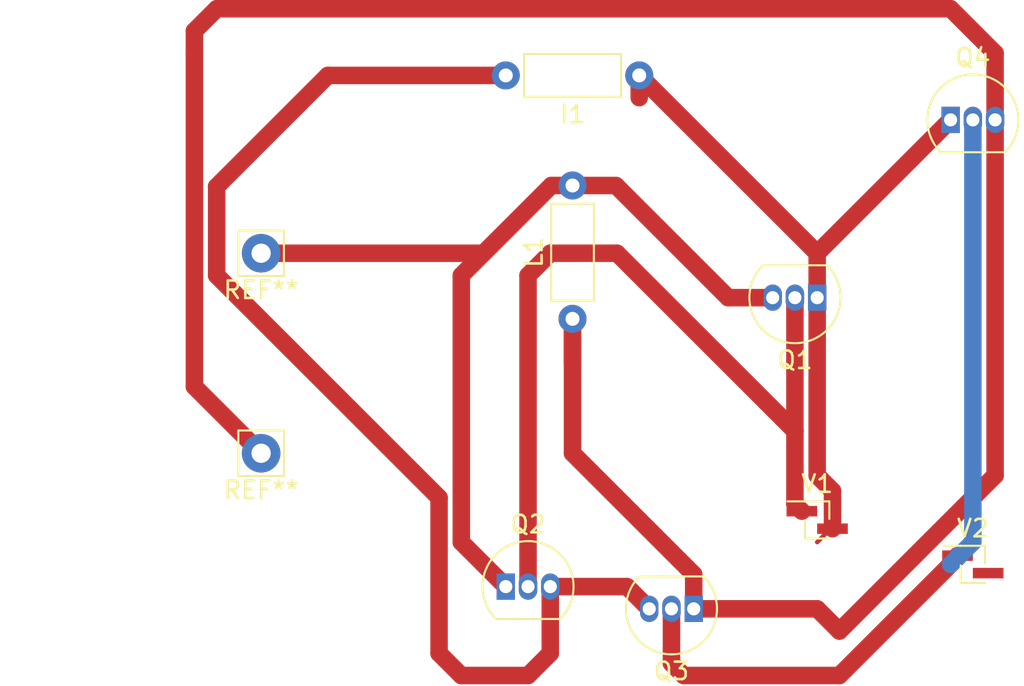
<source format=kicad_pcb>
(kicad_pcb (version 20171130) (host pcbnew "(5.1.4)-1")

  (general
    (thickness 1.6)
    (drawings 0)
    (tracks 57)
    (zones 0)
    (modules 10)
    (nets 7)
  )

  (page A4)
  (layers
    (0 F.Cu signal)
    (31 B.Cu signal)
    (32 B.Adhes user)
    (33 F.Adhes user)
    (34 B.Paste user)
    (35 F.Paste user)
    (36 B.SilkS user)
    (37 F.SilkS user)
    (38 B.Mask user)
    (39 F.Mask user)
    (40 Dwgs.User user)
    (41 Cmts.User user)
    (42 Eco1.User user)
    (43 Eco2.User user)
    (44 Edge.Cuts user)
    (45 Margin user)
    (46 B.CrtYd user)
    (47 F.CrtYd user)
    (48 B.Fab user)
    (49 F.Fab user)
  )

  (setup
    (last_trace_width 0.25)
    (user_trace_width 1)
    (trace_clearance 0.2)
    (zone_clearance 0.508)
    (zone_45_only no)
    (trace_min 0.2)
    (via_size 0.8)
    (via_drill 0.4)
    (via_min_size 0.4)
    (via_min_drill 0.3)
    (uvia_size 0.3)
    (uvia_drill 0.1)
    (uvias_allowed no)
    (uvia_min_size 0.2)
    (uvia_min_drill 0.1)
    (edge_width 0.05)
    (segment_width 0.2)
    (pcb_text_width 0.3)
    (pcb_text_size 1.5 1.5)
    (mod_edge_width 0.12)
    (mod_text_size 1 1)
    (mod_text_width 0.15)
    (pad_size 1.524 1.524)
    (pad_drill 0.762)
    (pad_to_mask_clearance 0.051)
    (solder_mask_min_width 0.25)
    (aux_axis_origin 0 0)
    (visible_elements 7FFFFFFF)
    (pcbplotparams
      (layerselection 0x010fc_ffffffff)
      (usegerberextensions false)
      (usegerberattributes false)
      (usegerberadvancedattributes false)
      (creategerberjobfile false)
      (excludeedgelayer true)
      (linewidth 0.100000)
      (plotframeref false)
      (viasonmask false)
      (mode 1)
      (useauxorigin false)
      (hpglpennumber 1)
      (hpglpenspeed 20)
      (hpglpendiameter 15.000000)
      (psnegative false)
      (psa4output false)
      (plotreference true)
      (plotvalue true)
      (plotinvisibletext false)
      (padsonsilk false)
      (subtractmaskfromsilk false)
      (outputformat 1)
      (mirror false)
      (drillshape 1)
      (scaleselection 1)
      (outputdirectory ""))
  )

  (net 0 "")
  (net 1 "Net-(I1-Pad2)")
  (net 2 Earth)
  (net 3 "Net-(L1-Pad2)")
  (net 4 VAC)
  (net 5 "Net-(Q1-Pad2)")
  (net 6 "Net-(Q3-Pad2)")

  (net_class Default "Esta es la clase de red por defecto."
    (clearance 0.2)
    (trace_width 0.25)
    (via_dia 0.8)
    (via_drill 0.4)
    (uvia_dia 0.3)
    (uvia_drill 0.1)
    (add_net Earth)
    (add_net "Net-(I1-Pad2)")
    (add_net "Net-(L1-Pad2)")
    (add_net "Net-(Q1-Pad2)")
    (add_net "Net-(Q3-Pad2)")
    (add_net VAC)
  )

  (module Connector_Pin:Pin_D1.1mm_L8.5mm_W2.5mm_FlatFork (layer F.Cu) (tedit 5A1DC085) (tstamp 5D9A8ED6)
    (at 113.03 91.44)
    (descr "solder Pin_ with flat fork, hole diameter 1.1mm, length 8.5mm, width 2.5mm")
    (tags "solder Pin_ with flat fork")
    (fp_text reference REF** (at 0 2.1) (layer F.SilkS)
      (effects (font (size 1 1) (thickness 0.15)))
    )
    (fp_text value Pin_D1.1mm_L8.5mm_W2.5mm_FlatFork (at 0 -2.05) (layer F.Fab)
      (effects (font (size 1 1) (thickness 0.15)))
    )
    (fp_line (start 1.75 1.6) (end -1.75 1.6) (layer F.CrtYd) (width 0.05))
    (fp_line (start 1.75 1.6) (end 1.75 -1.6) (layer F.CrtYd) (width 0.05))
    (fp_line (start -1.75 -1.6) (end -1.75 1.6) (layer F.CrtYd) (width 0.05))
    (fp_line (start -1.75 -1.6) (end 1.75 -1.6) (layer F.CrtYd) (width 0.05))
    (fp_line (start 1.25 -0.25) (end -1.25 -0.25) (layer F.Fab) (width 0.12))
    (fp_line (start 1.25 0.25) (end 1.25 -0.25) (layer F.Fab) (width 0.12))
    (fp_line (start -1.25 0.25) (end 1.25 0.25) (layer F.Fab) (width 0.12))
    (fp_line (start -1.25 -0.25) (end -1.25 0.25) (layer F.Fab) (width 0.12))
    (fp_line (start -1.3 1.3) (end 1.3 1.3) (layer F.SilkS) (width 0.12))
    (fp_line (start 1.3 -1.3) (end 1.3 1.3) (layer F.SilkS) (width 0.12))
    (fp_line (start -1.3 -1.3) (end 1.3 -1.3) (layer F.SilkS) (width 0.12))
    (fp_line (start -1.3 1.3) (end -1.3 -1.3) (layer F.SilkS) (width 0.12))
    (fp_text user %R (at 0 2.1) (layer F.Fab)
      (effects (font (size 1 1) (thickness 0.15)))
    )
    (pad 1 thru_hole circle (at 0 0) (size 2.2 2.2) (drill 1.1) (layers *.Cu *.Mask))
    (model ${KISYS3DMOD}/Connector_Pin.3dshapes/Pin_D1.1mm_L8.5mm_W2.5mm_FlatFork.wrl
      (at (xyz 0 0 0))
      (scale (xyz 1 1 1))
      (rotate (xyz 0 0 0))
    )
  )

  (module Connector_Pin:Pin_D1.1mm_L8.5mm_W2.5mm_FlatFork (layer F.Cu) (tedit 5A1DC085) (tstamp 5D9A8E91)
    (at 113.03 80.01)
    (descr "solder Pin_ with flat fork, hole diameter 1.1mm, length 8.5mm, width 2.5mm")
    (tags "solder Pin_ with flat fork")
    (fp_text reference REF** (at 0 2.1) (layer F.SilkS)
      (effects (font (size 1 1) (thickness 0.15)))
    )
    (fp_text value Pin_D1.1mm_L8.5mm_W2.5mm_FlatFork (at 0 -2.05) (layer F.Fab)
      (effects (font (size 1 1) (thickness 0.15)))
    )
    (fp_line (start 1.75 1.6) (end -1.75 1.6) (layer F.CrtYd) (width 0.05))
    (fp_line (start 1.75 1.6) (end 1.75 -1.6) (layer F.CrtYd) (width 0.05))
    (fp_line (start -1.75 -1.6) (end -1.75 1.6) (layer F.CrtYd) (width 0.05))
    (fp_line (start -1.75 -1.6) (end 1.75 -1.6) (layer F.CrtYd) (width 0.05))
    (fp_line (start 1.25 -0.25) (end -1.25 -0.25) (layer F.Fab) (width 0.12))
    (fp_line (start 1.25 0.25) (end 1.25 -0.25) (layer F.Fab) (width 0.12))
    (fp_line (start -1.25 0.25) (end 1.25 0.25) (layer F.Fab) (width 0.12))
    (fp_line (start -1.25 -0.25) (end -1.25 0.25) (layer F.Fab) (width 0.12))
    (fp_line (start -1.3 1.3) (end 1.3 1.3) (layer F.SilkS) (width 0.12))
    (fp_line (start 1.3 -1.3) (end 1.3 1.3) (layer F.SilkS) (width 0.12))
    (fp_line (start -1.3 -1.3) (end 1.3 -1.3) (layer F.SilkS) (width 0.12))
    (fp_line (start -1.3 1.3) (end -1.3 -1.3) (layer F.SilkS) (width 0.12))
    (fp_text user %R (at 0 2.1) (layer F.Fab)
      (effects (font (size 1 1) (thickness 0.15)))
    )
    (pad 1 thru_hole circle (at 0 0) (size 2.2 2.2) (drill 1.1) (layers *.Cu *.Mask))
    (model ${KISYS3DMOD}/Connector_Pin.3dshapes/Pin_D1.1mm_L8.5mm_W2.5mm_FlatFork.wrl
      (at (xyz 0 0 0))
      (scale (xyz 1 1 1))
      (rotate (xyz 0 0 0))
    )
  )

  (module Connector_PinHeader_1.00mm:PinHeader_1x02_P1.00mm_Vertical_SMD_Pin1Left (layer F.Cu) (tedit 59FED738) (tstamp 5D9A8DA8)
    (at 153.67 97.79)
    (descr "surface-mounted straight pin header, 1x02, 1.00mm pitch, single row, style 1 (pin 1 left)")
    (tags "Surface mounted pin header SMD 1x02 1.00mm single row style1 pin1 left")
    (path /5D9A96F3)
    (attr smd)
    (fp_text reference V2 (at 0 -2.06) (layer F.SilkS)
      (effects (font (size 1 1) (thickness 0.15)))
    )
    (fp_text value VPULSE (at 0 2.06) (layer F.Fab)
      (effects (font (size 1 1) (thickness 0.15)))
    )
    (fp_text user %R (at 0 0 90) (layer F.Fab)
      (effects (font (size 1 1) (thickness 0.15)))
    )
    (fp_line (start 2.25 -1.5) (end -2.25 -1.5) (layer F.CrtYd) (width 0.05))
    (fp_line (start 2.25 1.5) (end 2.25 -1.5) (layer F.CrtYd) (width 0.05))
    (fp_line (start -2.25 1.5) (end 2.25 1.5) (layer F.CrtYd) (width 0.05))
    (fp_line (start -2.25 -1.5) (end -2.25 1.5) (layer F.CrtYd) (width 0.05))
    (fp_line (start -0.695 0.06) (end -0.695 1.06) (layer F.SilkS) (width 0.12))
    (fp_line (start 0.695 -1.06) (end 0.695 -0.06) (layer F.SilkS) (width 0.12))
    (fp_line (start 0.695 1.06) (end 0.695 1.06) (layer F.SilkS) (width 0.12))
    (fp_line (start -0.695 -1.06) (end -0.695 -1.06) (layer F.SilkS) (width 0.12))
    (fp_line (start -0.695 -1.06) (end -1.69 -1.06) (layer F.SilkS) (width 0.12))
    (fp_line (start -0.695 1.06) (end 0.695 1.06) (layer F.SilkS) (width 0.12))
    (fp_line (start -0.695 -1.06) (end 0.695 -1.06) (layer F.SilkS) (width 0.12))
    (fp_line (start 1.25 0.65) (end 0.635 0.65) (layer F.Fab) (width 0.1))
    (fp_line (start 1.25 0.35) (end 1.25 0.65) (layer F.Fab) (width 0.1))
    (fp_line (start 0.635 0.35) (end 1.25 0.35) (layer F.Fab) (width 0.1))
    (fp_line (start -1.25 -0.35) (end -0.635 -0.35) (layer F.Fab) (width 0.1))
    (fp_line (start -1.25 -0.65) (end -1.25 -0.35) (layer F.Fab) (width 0.1))
    (fp_line (start -0.635 -0.65) (end -1.25 -0.65) (layer F.Fab) (width 0.1))
    (fp_line (start 0.635 -1) (end 0.635 1) (layer F.Fab) (width 0.1))
    (fp_line (start -0.635 -0.65) (end -0.285 -1) (layer F.Fab) (width 0.1))
    (fp_line (start -0.635 1) (end -0.635 -0.65) (layer F.Fab) (width 0.1))
    (fp_line (start -0.285 -1) (end 0.635 -1) (layer F.Fab) (width 0.1))
    (fp_line (start 0.635 1) (end -0.635 1) (layer F.Fab) (width 0.1))
    (pad 2 smd rect (at 0.875 0.5) (size 1.75 0.6) (layers F.Cu F.Paste F.Mask)
      (net 2 Earth))
    (pad 1 smd rect (at -0.875 -0.5) (size 1.75 0.6) (layers F.Cu F.Paste F.Mask)
      (net 6 "Net-(Q3-Pad2)"))
    (model ${KISYS3DMOD}/Connector_PinHeader_1.00mm.3dshapes/PinHeader_1x02_P1.00mm_Vertical_SMD_Pin1Left.wrl
      (at (xyz 0 0 0))
      (scale (xyz 1 1 1))
      (rotate (xyz 0 0 0))
    )
  )

  (module Connector_PinHeader_1.00mm:PinHeader_1x02_P1.00mm_Vertical_SMD_Pin1Left (layer F.Cu) (tedit 59FED738) (tstamp 5D9A8D8B)
    (at 144.78 95.25)
    (descr "surface-mounted straight pin header, 1x02, 1.00mm pitch, single row, style 1 (pin 1 left)")
    (tags "Surface mounted pin header SMD 1x02 1.00mm single row style1 pin1 left")
    (path /5D9A791D)
    (attr smd)
    (fp_text reference V1 (at 0 -2.06) (layer F.SilkS)
      (effects (font (size 1 1) (thickness 0.15)))
    )
    (fp_text value VPULSE (at 0 2.06) (layer F.Fab)
      (effects (font (size 1 1) (thickness 0.15)))
    )
    (fp_text user %R (at 0 0 90) (layer F.Fab)
      (effects (font (size 1 1) (thickness 0.15)))
    )
    (fp_line (start 2.25 -1.5) (end -2.25 -1.5) (layer F.CrtYd) (width 0.05))
    (fp_line (start 2.25 1.5) (end 2.25 -1.5) (layer F.CrtYd) (width 0.05))
    (fp_line (start -2.25 1.5) (end 2.25 1.5) (layer F.CrtYd) (width 0.05))
    (fp_line (start -2.25 -1.5) (end -2.25 1.5) (layer F.CrtYd) (width 0.05))
    (fp_line (start -0.695 0.06) (end -0.695 1.06) (layer F.SilkS) (width 0.12))
    (fp_line (start 0.695 -1.06) (end 0.695 -0.06) (layer F.SilkS) (width 0.12))
    (fp_line (start 0.695 1.06) (end 0.695 1.06) (layer F.SilkS) (width 0.12))
    (fp_line (start -0.695 -1.06) (end -0.695 -1.06) (layer F.SilkS) (width 0.12))
    (fp_line (start -0.695 -1.06) (end -1.69 -1.06) (layer F.SilkS) (width 0.12))
    (fp_line (start -0.695 1.06) (end 0.695 1.06) (layer F.SilkS) (width 0.12))
    (fp_line (start -0.695 -1.06) (end 0.695 -1.06) (layer F.SilkS) (width 0.12))
    (fp_line (start 1.25 0.65) (end 0.635 0.65) (layer F.Fab) (width 0.1))
    (fp_line (start 1.25 0.35) (end 1.25 0.65) (layer F.Fab) (width 0.1))
    (fp_line (start 0.635 0.35) (end 1.25 0.35) (layer F.Fab) (width 0.1))
    (fp_line (start -1.25 -0.35) (end -0.635 -0.35) (layer F.Fab) (width 0.1))
    (fp_line (start -1.25 -0.65) (end -1.25 -0.35) (layer F.Fab) (width 0.1))
    (fp_line (start -0.635 -0.65) (end -1.25 -0.65) (layer F.Fab) (width 0.1))
    (fp_line (start 0.635 -1) (end 0.635 1) (layer F.Fab) (width 0.1))
    (fp_line (start -0.635 -0.65) (end -0.285 -1) (layer F.Fab) (width 0.1))
    (fp_line (start -0.635 1) (end -0.635 -0.65) (layer F.Fab) (width 0.1))
    (fp_line (start -0.285 -1) (end 0.635 -1) (layer F.Fab) (width 0.1))
    (fp_line (start 0.635 1) (end -0.635 1) (layer F.Fab) (width 0.1))
    (pad 2 smd rect (at 0.875 0.5) (size 1.75 0.6) (layers F.Cu F.Paste F.Mask)
      (net 2 Earth))
    (pad 1 smd rect (at -0.875 -0.5) (size 1.75 0.6) (layers F.Cu F.Paste F.Mask)
      (net 5 "Net-(Q1-Pad2)"))
    (model ${KISYS3DMOD}/Connector_PinHeader_1.00mm.3dshapes/PinHeader_1x02_P1.00mm_Vertical_SMD_Pin1Left.wrl
      (at (xyz 0 0 0))
      (scale (xyz 1 1 1))
      (rotate (xyz 0 0 0))
    )
  )

  (module Package_TO_SOT_THT:TO-92_Inline (layer F.Cu) (tedit 5A1DD157) (tstamp 5D9A8D6E)
    (at 152.4 72.39)
    (descr "TO-92 leads in-line, narrow, oval pads, drill 0.75mm (see NXP sot054_po.pdf)")
    (tags "to-92 sc-43 sc-43a sot54 PA33 transistor")
    (path /5D9A8CDD)
    (fp_text reference Q4 (at 1.27 -3.56) (layer F.SilkS)
      (effects (font (size 1 1) (thickness 0.15)))
    )
    (fp_text value BT169B (at 1.27 2.79) (layer F.Fab)
      (effects (font (size 1 1) (thickness 0.15)))
    )
    (fp_arc (start 1.27 0) (end 1.27 -2.6) (angle 135) (layer F.SilkS) (width 0.12))
    (fp_arc (start 1.27 0) (end 1.27 -2.48) (angle -135) (layer F.Fab) (width 0.1))
    (fp_arc (start 1.27 0) (end 1.27 -2.6) (angle -135) (layer F.SilkS) (width 0.12))
    (fp_arc (start 1.27 0) (end 1.27 -2.48) (angle 135) (layer F.Fab) (width 0.1))
    (fp_line (start 4 2.01) (end -1.46 2.01) (layer F.CrtYd) (width 0.05))
    (fp_line (start 4 2.01) (end 4 -2.73) (layer F.CrtYd) (width 0.05))
    (fp_line (start -1.46 -2.73) (end -1.46 2.01) (layer F.CrtYd) (width 0.05))
    (fp_line (start -1.46 -2.73) (end 4 -2.73) (layer F.CrtYd) (width 0.05))
    (fp_line (start -0.5 1.75) (end 3 1.75) (layer F.Fab) (width 0.1))
    (fp_line (start -0.53 1.85) (end 3.07 1.85) (layer F.SilkS) (width 0.12))
    (fp_text user %R (at 1.27 -3.56) (layer F.Fab)
      (effects (font (size 1 1) (thickness 0.15)))
    )
    (pad 1 thru_hole rect (at 0 0) (size 1.05 1.5) (drill 0.75) (layers *.Cu *.Mask)
      (net 2 Earth))
    (pad 3 thru_hole oval (at 2.54 0) (size 1.05 1.5) (drill 0.75) (layers *.Cu *.Mask)
      (net 4 VAC))
    (pad 2 thru_hole oval (at 1.27 0) (size 1.05 1.5) (drill 0.75) (layers *.Cu *.Mask)
      (net 6 "Net-(Q3-Pad2)"))
    (model ${KISYS3DMOD}/Package_TO_SOT_THT.3dshapes/TO-92_Inline.wrl
      (at (xyz 0 0 0))
      (scale (xyz 1 1 1))
      (rotate (xyz 0 0 0))
    )
  )

  (module Package_TO_SOT_THT:TO-92_Inline (layer F.Cu) (tedit 5A1DD157) (tstamp 5D9A8D5C)
    (at 137.73 100.33 180)
    (descr "TO-92 leads in-line, narrow, oval pads, drill 0.75mm (see NXP sot054_po.pdf)")
    (tags "to-92 sc-43 sc-43a sot54 PA33 transistor")
    (path /5D9A7FF9)
    (fp_text reference Q3 (at 1.27 -3.56) (layer F.SilkS)
      (effects (font (size 1 1) (thickness 0.15)))
    )
    (fp_text value BT169B (at 1.27 2.79) (layer F.Fab)
      (effects (font (size 1 1) (thickness 0.15)))
    )
    (fp_arc (start 1.27 0) (end 1.27 -2.6) (angle 135) (layer F.SilkS) (width 0.12))
    (fp_arc (start 1.27 0) (end 1.27 -2.48) (angle -135) (layer F.Fab) (width 0.1))
    (fp_arc (start 1.27 0) (end 1.27 -2.6) (angle -135) (layer F.SilkS) (width 0.12))
    (fp_arc (start 1.27 0) (end 1.27 -2.48) (angle 135) (layer F.Fab) (width 0.1))
    (fp_line (start 4 2.01) (end -1.46 2.01) (layer F.CrtYd) (width 0.05))
    (fp_line (start 4 2.01) (end 4 -2.73) (layer F.CrtYd) (width 0.05))
    (fp_line (start -1.46 -2.73) (end -1.46 2.01) (layer F.CrtYd) (width 0.05))
    (fp_line (start -1.46 -2.73) (end 4 -2.73) (layer F.CrtYd) (width 0.05))
    (fp_line (start -0.5 1.75) (end 3 1.75) (layer F.Fab) (width 0.1))
    (fp_line (start -0.53 1.85) (end 3.07 1.85) (layer F.SilkS) (width 0.12))
    (fp_text user %R (at 1.27 -3.56) (layer F.Fab)
      (effects (font (size 1 1) (thickness 0.15)))
    )
    (pad 1 thru_hole rect (at 0 0 180) (size 1.05 1.5) (drill 0.75) (layers *.Cu *.Mask)
      (net 4 VAC))
    (pad 3 thru_hole oval (at 2.54 0 180) (size 1.05 1.5) (drill 0.75) (layers *.Cu *.Mask)
      (net 1 "Net-(I1-Pad2)"))
    (pad 2 thru_hole oval (at 1.27 0 180) (size 1.05 1.5) (drill 0.75) (layers *.Cu *.Mask)
      (net 6 "Net-(Q3-Pad2)"))
    (model ${KISYS3DMOD}/Package_TO_SOT_THT.3dshapes/TO-92_Inline.wrl
      (at (xyz 0 0 0))
      (scale (xyz 1 1 1))
      (rotate (xyz 0 0 0))
    )
  )

  (module Package_TO_SOT_THT:TO-92_Inline (layer F.Cu) (tedit 5A1DD157) (tstamp 5D9A8D4A)
    (at 127 99.06)
    (descr "TO-92 leads in-line, narrow, oval pads, drill 0.75mm (see NXP sot054_po.pdf)")
    (tags "to-92 sc-43 sc-43a sot54 PA33 transistor")
    (path /5D9A7ABC)
    (fp_text reference Q2 (at 1.27 -3.56) (layer F.SilkS)
      (effects (font (size 1 1) (thickness 0.15)))
    )
    (fp_text value BT169B (at 1.27 2.79) (layer F.Fab)
      (effects (font (size 1 1) (thickness 0.15)))
    )
    (fp_arc (start 1.27 0) (end 1.27 -2.6) (angle 135) (layer F.SilkS) (width 0.12))
    (fp_arc (start 1.27 0) (end 1.27 -2.48) (angle -135) (layer F.Fab) (width 0.1))
    (fp_arc (start 1.27 0) (end 1.27 -2.6) (angle -135) (layer F.SilkS) (width 0.12))
    (fp_arc (start 1.27 0) (end 1.27 -2.48) (angle 135) (layer F.Fab) (width 0.1))
    (fp_line (start 4 2.01) (end -1.46 2.01) (layer F.CrtYd) (width 0.05))
    (fp_line (start 4 2.01) (end 4 -2.73) (layer F.CrtYd) (width 0.05))
    (fp_line (start -1.46 -2.73) (end -1.46 2.01) (layer F.CrtYd) (width 0.05))
    (fp_line (start -1.46 -2.73) (end 4 -2.73) (layer F.CrtYd) (width 0.05))
    (fp_line (start -0.5 1.75) (end 3 1.75) (layer F.Fab) (width 0.1))
    (fp_line (start -0.53 1.85) (end 3.07 1.85) (layer F.SilkS) (width 0.12))
    (fp_text user %R (at 1.27 -3.56) (layer F.Fab)
      (effects (font (size 1 1) (thickness 0.15)))
    )
    (pad 1 thru_hole rect (at 0 0) (size 1.05 1.5) (drill 0.75) (layers *.Cu *.Mask)
      (net 3 "Net-(L1-Pad2)"))
    (pad 3 thru_hole oval (at 2.54 0) (size 1.05 1.5) (drill 0.75) (layers *.Cu *.Mask)
      (net 1 "Net-(I1-Pad2)"))
    (pad 2 thru_hole oval (at 1.27 0) (size 1.05 1.5) (drill 0.75) (layers *.Cu *.Mask)
      (net 5 "Net-(Q1-Pad2)"))
    (model ${KISYS3DMOD}/Package_TO_SOT_THT.3dshapes/TO-92_Inline.wrl
      (at (xyz 0 0 0))
      (scale (xyz 1 1 1))
      (rotate (xyz 0 0 0))
    )
  )

  (module Package_TO_SOT_THT:TO-92_Inline (layer F.Cu) (tedit 5A1DD157) (tstamp 5D9A8D38)
    (at 144.78 82.55 180)
    (descr "TO-92 leads in-line, narrow, oval pads, drill 0.75mm (see NXP sot054_po.pdf)")
    (tags "to-92 sc-43 sc-43a sot54 PA33 transistor")
    (path /5D9A8ADA)
    (fp_text reference Q1 (at 1.27 -3.56) (layer F.SilkS)
      (effects (font (size 1 1) (thickness 0.15)))
    )
    (fp_text value BT169B (at 1.27 2.79) (layer F.Fab)
      (effects (font (size 1 1) (thickness 0.15)))
    )
    (fp_arc (start 1.27 0) (end 1.27 -2.6) (angle 135) (layer F.SilkS) (width 0.12))
    (fp_arc (start 1.27 0) (end 1.27 -2.48) (angle -135) (layer F.Fab) (width 0.1))
    (fp_arc (start 1.27 0) (end 1.27 -2.6) (angle -135) (layer F.SilkS) (width 0.12))
    (fp_arc (start 1.27 0) (end 1.27 -2.48) (angle 135) (layer F.Fab) (width 0.1))
    (fp_line (start 4 2.01) (end -1.46 2.01) (layer F.CrtYd) (width 0.05))
    (fp_line (start 4 2.01) (end 4 -2.73) (layer F.CrtYd) (width 0.05))
    (fp_line (start -1.46 -2.73) (end -1.46 2.01) (layer F.CrtYd) (width 0.05))
    (fp_line (start -1.46 -2.73) (end 4 -2.73) (layer F.CrtYd) (width 0.05))
    (fp_line (start -0.5 1.75) (end 3 1.75) (layer F.Fab) (width 0.1))
    (fp_line (start -0.53 1.85) (end 3.07 1.85) (layer F.SilkS) (width 0.12))
    (fp_text user %R (at 1.27 -3.56) (layer F.Fab)
      (effects (font (size 1 1) (thickness 0.15)))
    )
    (pad 1 thru_hole rect (at 0 0 180) (size 1.05 1.5) (drill 0.75) (layers *.Cu *.Mask)
      (net 2 Earth))
    (pad 3 thru_hole oval (at 2.54 0 180) (size 1.05 1.5) (drill 0.75) (layers *.Cu *.Mask)
      (net 3 "Net-(L1-Pad2)"))
    (pad 2 thru_hole oval (at 1.27 0 180) (size 1.05 1.5) (drill 0.75) (layers *.Cu *.Mask)
      (net 5 "Net-(Q1-Pad2)"))
    (model ${KISYS3DMOD}/Package_TO_SOT_THT.3dshapes/TO-92_Inline.wrl
      (at (xyz 0 0 0))
      (scale (xyz 1 1 1))
      (rotate (xyz 0 0 0))
    )
  )

  (module Inductor_THT:L_Axial_L5.3mm_D2.2mm_P7.62mm_Horizontal_Vishay_IM-1 (layer F.Cu) (tedit 5AE59B05) (tstamp 5D9A8D26)
    (at 130.81 83.76 90)
    (descr "Inductor, Axial series, Axial, Horizontal, pin pitch=7.62mm, , length*diameter=5.3*2.2mm^2, Vishay, IM-1, http://www.vishay.com/docs/34030/im.pdf")
    (tags "Inductor Axial series Axial Horizontal pin pitch 7.62mm  length 5.3mm diameter 2.2mm Vishay IM-1")
    (path /5D9A74F3)
    (fp_text reference L1 (at 3.81 -2.22 90) (layer F.SilkS)
      (effects (font (size 1 1) (thickness 0.15)))
    )
    (fp_text value L (at 3.81 2.22 90) (layer F.Fab)
      (effects (font (size 1 1) (thickness 0.15)))
    )
    (fp_text user %R (at 3.81 0 90) (layer F.Fab)
      (effects (font (size 1 1) (thickness 0.15)))
    )
    (fp_line (start 8.67 -1.35) (end -1.05 -1.35) (layer F.CrtYd) (width 0.05))
    (fp_line (start 8.67 1.35) (end 8.67 -1.35) (layer F.CrtYd) (width 0.05))
    (fp_line (start -1.05 1.35) (end 8.67 1.35) (layer F.CrtYd) (width 0.05))
    (fp_line (start -1.05 -1.35) (end -1.05 1.35) (layer F.CrtYd) (width 0.05))
    (fp_line (start 6.58 -1.22) (end 1.04 -1.22) (layer F.SilkS) (width 0.12))
    (fp_line (start 6.58 1.22) (end 6.58 -1.22) (layer F.SilkS) (width 0.12))
    (fp_line (start 1.04 1.22) (end 6.58 1.22) (layer F.SilkS) (width 0.12))
    (fp_line (start 1.04 -1.22) (end 1.04 1.22) (layer F.SilkS) (width 0.12))
    (fp_line (start 7.62 0) (end 6.46 0) (layer F.Fab) (width 0.1))
    (fp_line (start 0 0) (end 1.16 0) (layer F.Fab) (width 0.1))
    (fp_line (start 6.46 -1.1) (end 1.16 -1.1) (layer F.Fab) (width 0.1))
    (fp_line (start 6.46 1.1) (end 6.46 -1.1) (layer F.Fab) (width 0.1))
    (fp_line (start 1.16 1.1) (end 6.46 1.1) (layer F.Fab) (width 0.1))
    (fp_line (start 1.16 -1.1) (end 1.16 1.1) (layer F.Fab) (width 0.1))
    (pad 2 thru_hole oval (at 7.62 0 90) (size 1.6 1.6) (drill 0.8) (layers *.Cu *.Mask)
      (net 3 "Net-(L1-Pad2)"))
    (pad 1 thru_hole circle (at 0 0 90) (size 1.6 1.6) (drill 0.8) (layers *.Cu *.Mask)
      (net 4 VAC))
    (model ${KISYS3DMOD}/Inductor_THT.3dshapes/L_Axial_L5.3mm_D2.2mm_P7.62mm_Horizontal_Vishay_IM-1.wrl
      (at (xyz 0 0 0))
      (scale (xyz 1 1 1))
      (rotate (xyz 0 0 0))
    )
  )

  (module Inductor_THT:L_Axial_L5.3mm_D2.2mm_P7.62mm_Horizontal_Vishay_IM-1 (layer F.Cu) (tedit 5AE59B05) (tstamp 5D9A8D11)
    (at 134.62 69.85 180)
    (descr "Inductor, Axial series, Axial, Horizontal, pin pitch=7.62mm, , length*diameter=5.3*2.2mm^2, Vishay, IM-1, http://www.vishay.com/docs/34030/im.pdf")
    (tags "Inductor Axial series Axial Horizontal pin pitch 7.62mm  length 5.3mm diameter 2.2mm Vishay IM-1")
    (path /5D9A9292)
    (fp_text reference I1 (at 3.81 -2.22) (layer F.SilkS)
      (effects (font (size 1 1) (thickness 0.15)))
    )
    (fp_text value ISOURCE (at 3.81 2.22) (layer F.Fab)
      (effects (font (size 1 1) (thickness 0.15)))
    )
    (fp_text user %R (at 3.81 0) (layer F.Fab)
      (effects (font (size 1 1) (thickness 0.15)))
    )
    (fp_line (start 8.67 -1.35) (end -1.05 -1.35) (layer F.CrtYd) (width 0.05))
    (fp_line (start 8.67 1.35) (end 8.67 -1.35) (layer F.CrtYd) (width 0.05))
    (fp_line (start -1.05 1.35) (end 8.67 1.35) (layer F.CrtYd) (width 0.05))
    (fp_line (start -1.05 -1.35) (end -1.05 1.35) (layer F.CrtYd) (width 0.05))
    (fp_line (start 6.58 -1.22) (end 1.04 -1.22) (layer F.SilkS) (width 0.12))
    (fp_line (start 6.58 1.22) (end 6.58 -1.22) (layer F.SilkS) (width 0.12))
    (fp_line (start 1.04 1.22) (end 6.58 1.22) (layer F.SilkS) (width 0.12))
    (fp_line (start 1.04 -1.22) (end 1.04 1.22) (layer F.SilkS) (width 0.12))
    (fp_line (start 7.62 0) (end 6.46 0) (layer F.Fab) (width 0.1))
    (fp_line (start 0 0) (end 1.16 0) (layer F.Fab) (width 0.1))
    (fp_line (start 6.46 -1.1) (end 1.16 -1.1) (layer F.Fab) (width 0.1))
    (fp_line (start 6.46 1.1) (end 6.46 -1.1) (layer F.Fab) (width 0.1))
    (fp_line (start 1.16 1.1) (end 6.46 1.1) (layer F.Fab) (width 0.1))
    (fp_line (start 1.16 -1.1) (end 1.16 1.1) (layer F.Fab) (width 0.1))
    (pad 2 thru_hole oval (at 7.62 0 180) (size 1.6 1.6) (drill 0.8) (layers *.Cu *.Mask)
      (net 1 "Net-(I1-Pad2)"))
    (pad 1 thru_hole circle (at 0 0 180) (size 1.6 1.6) (drill 0.8) (layers *.Cu *.Mask)
      (net 2 Earth))
    (model ${KISYS3DMOD}/Inductor_THT.3dshapes/L_Axial_L5.3mm_D2.2mm_P7.62mm_Horizontal_Vishay_IM-1.wrl
      (at (xyz 0 0 0))
      (scale (xyz 1 1 1))
      (rotate (xyz 0 0 0))
    )
  )

  (segment (start 113.03 91.44) (end 109.22 87.63) (width 1) (layer F.Cu) (net 0))
  (segment (start 109.22 87.63) (end 109.22 68.58) (width 1) (layer F.Cu) (net 0))
  (segment (start 109.22 68.58) (end 109.22 67.31) (width 1) (layer F.Cu) (net 0))
  (segment (start 109.22 67.31) (end 110.49 66.04) (width 1) (layer F.Cu) (net 0))
  (segment (start 110.49 66.04) (end 152.4 66.04) (width 1) (layer F.Cu) (net 0))
  (segment (start 152.4 66.04) (end 154.94 68.58) (width 1) (layer F.Cu) (net 0))
  (segment (start 113.03 80.01) (end 125.73 80.01) (width 1) (layer F.Cu) (net 0))
  (segment (start 127 69.85) (end 116.84 69.85) (width 1) (layer F.Cu) (net 1))
  (segment (start 116.84 69.85) (end 110.49 76.2) (width 1) (layer F.Cu) (net 1))
  (segment (start 110.49 76.2) (end 110.49 81.28) (width 1) (layer F.Cu) (net 1))
  (segment (start 110.49 81.28) (end 123.19 93.98) (width 1) (layer F.Cu) (net 1))
  (segment (start 123.19 93.98) (end 123.19 102.87) (width 1) (layer F.Cu) (net 1))
  (segment (start 123.19 102.87) (end 124.46 104.14) (width 1) (layer F.Cu) (net 1))
  (segment (start 124.46 104.14) (end 128.27 104.14) (width 1) (layer F.Cu) (net 1))
  (segment (start 129.54 102.87) (end 129.54 99.06) (width 1) (layer F.Cu) (net 1))
  (segment (start 128.27 104.14) (end 129.54 102.87) (width 1) (layer F.Cu) (net 1))
  (segment (start 133.92 99.06) (end 135.19 100.33) (width 1) (layer F.Cu) (net 1))
  (segment (start 129.54 99.06) (end 133.92 99.06) (width 1) (layer F.Cu) (net 1))
  (segment (start 134.62 69.85) (end 134.62 71.12) (width 1) (layer F.Cu) (net 2))
  (segment (start 144.78 80.01) (end 134.62 69.85) (width 1) (layer F.Cu) (net 2))
  (segment (start 144.78 82.55) (end 144.78 80.01) (width 1) (layer F.Cu) (net 2))
  (segment (start 152.4 72.39) (end 144.78 80.01) (width 1) (layer F.Cu) (net 2))
  (segment (start 144.78 82.55) (end 144.78 92.71) (width 1) (layer F.Cu) (net 2))
  (segment (start 145.655 93.585) (end 145.655 95.75) (width 1) (layer F.Cu) (net 2))
  (segment (start 144.78 92.71) (end 145.655 93.585) (width 1) (layer F.Cu) (net 2))
  (segment (start 145.655 95.75) (end 145.55 95.75) (width 0.25) (layer F.Cu) (net 2))
  (segment (start 145.55 95.75) (end 144.78 96.52) (width 0.25) (layer F.Cu) (net 2))
  (segment (start 129.6 76.14) (end 130.81 76.14) (width 1) (layer F.Cu) (net 3))
  (segment (start 124.46 81.28) (end 129.6 76.14) (width 1) (layer F.Cu) (net 3))
  (segment (start 127 99.06) (end 124.46 96.52) (width 1) (layer F.Cu) (net 3))
  (segment (start 124.46 96.52) (end 124.46 81.28) (width 1) (layer F.Cu) (net 3))
  (segment (start 130.81 76.14) (end 133.29 76.14) (width 1) (layer F.Cu) (net 3))
  (segment (start 133.29 76.14) (end 139.7 82.55) (width 1) (layer F.Cu) (net 3))
  (segment (start 139.7 82.55) (end 142.24 82.55) (width 1) (layer F.Cu) (net 3))
  (segment (start 130.81 83.76) (end 130.81 91.44) (width 1) (layer F.Cu) (net 4))
  (segment (start 137.73 98.36) (end 137.73 100.33) (width 1) (layer F.Cu) (net 4))
  (segment (start 130.81 91.44) (end 137.73 98.36) (width 1) (layer F.Cu) (net 4))
  (segment (start 130.81 83.76) (end 130.81 86.36) (width 1) (layer F.Cu) (net 4))
  (segment (start 144.78 100.33) (end 137.73 100.33) (width 1) (layer F.Cu) (net 4))
  (segment (start 146.05 101.6) (end 144.78 100.33) (width 1) (layer F.Cu) (net 4))
  (segment (start 154.94 72.39) (end 154.94 92.71) (width 1) (layer F.Cu) (net 4))
  (segment (start 154.94 92.71) (end 146.05 101.6) (width 1) (layer F.Cu) (net 4))
  (segment (start 154.94 68.58) (end 154.94 72.39) (width 1) (layer F.Cu) (net 4))
  (segment (start 143.51 94.355) (end 143.905 94.75) (width 1) (layer F.Cu) (net 5))
  (segment (start 143.51 90.17) (end 143.51 94.355) (width 1) (layer F.Cu) (net 5))
  (segment (start 133.35 80.01) (end 143.51 90.17) (width 1) (layer F.Cu) (net 5))
  (segment (start 129.54 80.01) (end 133.35 80.01) (width 1) (layer F.Cu) (net 5))
  (segment (start 128.27 99.06) (end 128.27 81.28) (width 1) (layer F.Cu) (net 5))
  (segment (start 128.27 81.28) (end 129.54 80.01) (width 1) (layer F.Cu) (net 5))
  (segment (start 143.51 82.55) (end 143.51 90.17) (width 1) (layer F.Cu) (net 5))
  (segment (start 136.46 100.33) (end 136.46 103.44) (width 1) (layer F.Cu) (net 6))
  (segment (start 136.46 103.44) (end 137.16 104.14) (width 1) (layer F.Cu) (net 6))
  (segment (start 137.16 104.14) (end 146.05 104.14) (width 1) (layer F.Cu) (net 6))
  (segment (start 152.795 97.395) (end 152.795 97.29) (width 1) (layer F.Cu) (net 6))
  (segment (start 146.05 104.14) (end 152.795 97.395) (width 1) (layer F.Cu) (net 6))
  (segment (start 153.67 72.39) (end 153.67 96.52) (width 1) (layer B.Cu) (net 6))
  (segment (start 153.67 96.52) (end 152.4 97.79) (width 1) (layer B.Cu) (net 6))

)

</source>
